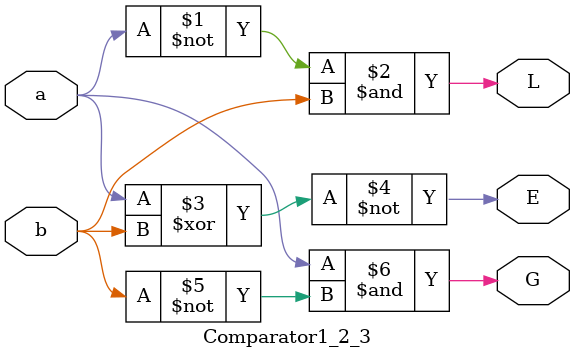
<source format=v>
`timescale 1ns / 1ps


module Comparator1_2_3(L,E,G,a,b);
input a,b;
output L,E,G;
assign L = ~(a) & b;
assign E = ~(a ^ b);
assign G = a & ~(b);
endmodule

</source>
